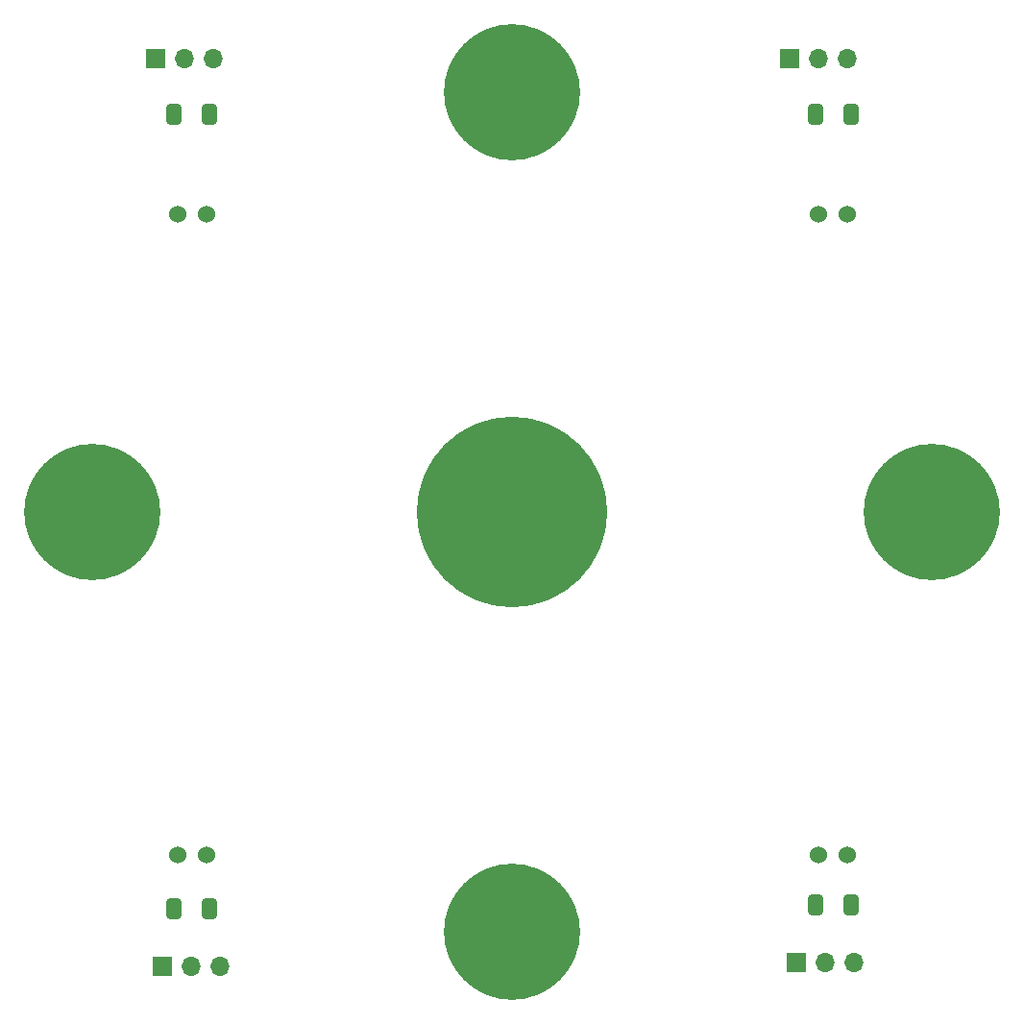
<source format=gbr>
%TF.GenerationSoftware,KiCad,Pcbnew,7.0.5-0*%
%TF.CreationDate,2023-06-12T10:58:38-04:00*%
%TF.ProjectId,quad_sipm,71756164-5f73-4697-906d-2e6b69636164,rev?*%
%TF.SameCoordinates,Original*%
%TF.FileFunction,Soldermask,Bot*%
%TF.FilePolarity,Negative*%
%FSLAX46Y46*%
G04 Gerber Fmt 4.6, Leading zero omitted, Abs format (unit mm)*
G04 Created by KiCad (PCBNEW 7.0.5-0) date 2023-06-12 10:58:38*
%MOMM*%
%LPD*%
G01*
G04 APERTURE LIST*
G04 Aperture macros list*
%AMRoundRect*
0 Rectangle with rounded corners*
0 $1 Rounding radius*
0 $2 $3 $4 $5 $6 $7 $8 $9 X,Y pos of 4 corners*
0 Add a 4 corners polygon primitive as box body*
4,1,4,$2,$3,$4,$5,$6,$7,$8,$9,$2,$3,0*
0 Add four circle primitives for the rounded corners*
1,1,$1+$1,$2,$3*
1,1,$1+$1,$4,$5*
1,1,$1+$1,$6,$7*
1,1,$1+$1,$8,$9*
0 Add four rect primitives between the rounded corners*
20,1,$1+$1,$2,$3,$4,$5,0*
20,1,$1+$1,$4,$5,$6,$7,0*
20,1,$1+$1,$6,$7,$8,$9,0*
20,1,$1+$1,$8,$9,$2,$3,0*%
G04 Aperture macros list end*
%ADD10C,16.800000*%
%ADD11C,12.000000*%
%ADD12C,1.524000*%
%ADD13R,1.700000X1.700000*%
%ADD14O,1.700000X1.700000*%
%ADD15RoundRect,0.250000X-0.412500X-0.650000X0.412500X-0.650000X0.412500X0.650000X-0.412500X0.650000X0*%
G04 APERTURE END LIST*
D10*
%TO.C,H2*%
X100000000Y-100000000D03*
%TD*%
D11*
%TO.C,H3*%
X100000000Y-137000000D03*
%TD*%
%TO.C,H4*%
X137000000Y-100000000D03*
%TD*%
%TO.C,H5*%
X63000000Y-100000000D03*
%TD*%
%TO.C,H1*%
X100000000Y-63000000D03*
%TD*%
D12*
%TO.C,D2*%
X70480000Y-130270000D03*
X73030000Y-130270000D03*
%TD*%
%TO.C,D1*%
X126995000Y-130270000D03*
X129545000Y-130270000D03*
%TD*%
%TO.C,D4*%
X70480000Y-73755000D03*
X73030000Y-73755000D03*
%TD*%
%TO.C,D3*%
X126995000Y-73755000D03*
X129545000Y-73755000D03*
%TD*%
D13*
%TO.C,J1*%
X125050000Y-139745000D03*
D14*
X127590000Y-139745000D03*
X130130000Y-139745000D03*
%TD*%
D15*
%TO.C,C4*%
X70192500Y-65000000D03*
X73317500Y-65000000D03*
%TD*%
D13*
%TO.C,J3*%
X124460000Y-60045000D03*
D14*
X127000000Y-60045000D03*
X129540000Y-60045000D03*
%TD*%
D13*
%TO.C,J4*%
X68580000Y-60045000D03*
D14*
X71120000Y-60045000D03*
X73660000Y-60045000D03*
%TD*%
D15*
%TO.C,C3*%
X126707500Y-65000000D03*
X129832500Y-65000000D03*
%TD*%
D13*
%TO.C,J2*%
X69170000Y-140045000D03*
D14*
X71710000Y-140045000D03*
X74250000Y-140045000D03*
%TD*%
D15*
%TO.C,C1*%
X126707500Y-134620000D03*
X129832500Y-134620000D03*
%TD*%
%TO.C,C2*%
X70192500Y-135000000D03*
X73317500Y-135000000D03*
%TD*%
M02*

</source>
